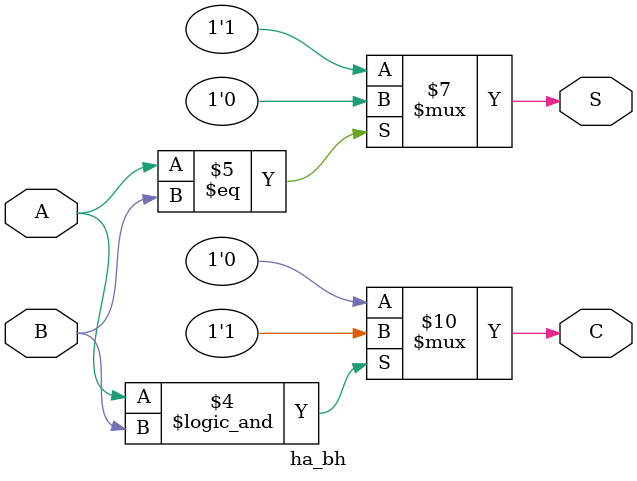
<source format=v>
`timescale 1ns / 1ps


module ha_bh(A, B, S, C);
input A;
input B;
output S;
output C;

wire A;
wire B;
reg S;
reg C;

always@(A or B)
begin
if (A == 1'b1 && B == 1'b1)
C = 1'b1;
else
C = 1'b0;

if (A == B)
S = 1'b0;
else
S = 1'b1;
end
endmodule

</source>
